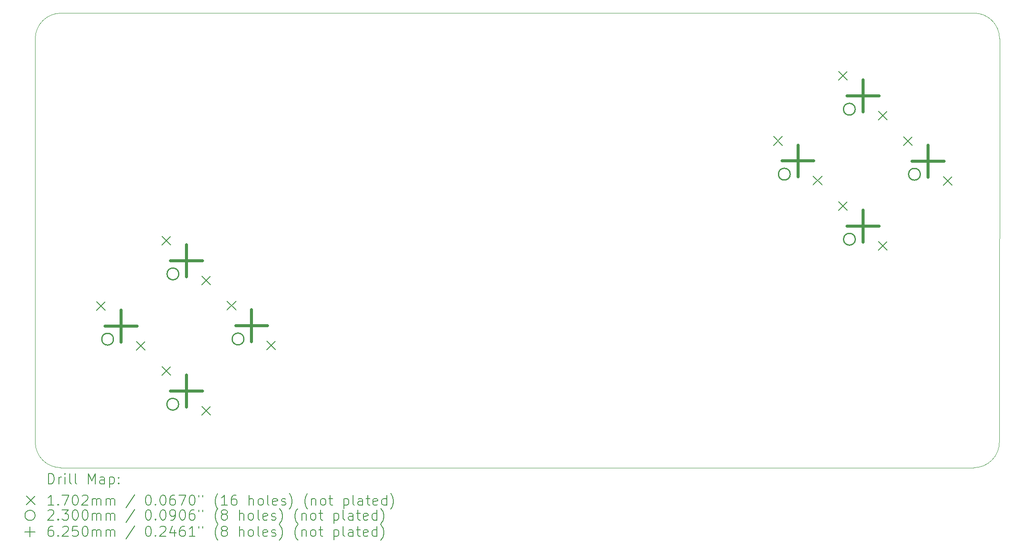
<source format=gbr>
%TF.GenerationSoftware,KiCad,Pcbnew,8.0.6*%
%TF.CreationDate,2025-01-24T00:07:23+07:00*%
%TF.ProjectId,esp_gamepad_v2,6573705f-6761-46d6-9570-61645f76322e,rev?*%
%TF.SameCoordinates,Original*%
%TF.FileFunction,Drillmap*%
%TF.FilePolarity,Positive*%
%FSLAX45Y45*%
G04 Gerber Fmt 4.5, Leading zero omitted, Abs format (unit mm)*
G04 Created by KiCad (PCBNEW 8.0.6) date 2025-01-24 00:07:23*
%MOMM*%
%LPD*%
G01*
G04 APERTURE LIST*
%ADD10C,0.050000*%
%ADD11C,0.200000*%
%ADD12C,0.170180*%
%ADD13C,0.230000*%
%ADD14C,0.625000*%
G04 APERTURE END LIST*
D10*
X6053553Y-12596447D02*
X6053553Y-4705803D01*
X24398223Y-13096446D02*
X6553553Y-13096447D01*
X24901777Y-4703554D02*
X24898223Y-12596446D01*
X6053553Y-4705803D02*
G75*
G02*
X6553553Y-4205803I500000J0D01*
G01*
X6553553Y-4205803D02*
X24401777Y-4203554D01*
X24401777Y-4203554D02*
G75*
G02*
X24901776Y-4703554I-7J-500006D01*
G01*
X6553553Y-13096447D02*
G75*
G02*
X6053553Y-12596447I-3J499997D01*
G01*
X24898223Y-12596446D02*
G75*
G02*
X24398223Y-13096443I-499993J-4D01*
G01*
D11*
D12*
X7255426Y-9846671D02*
X7425606Y-10016851D01*
X7425606Y-9846671D02*
X7255426Y-10016851D01*
X8033243Y-10624488D02*
X8203423Y-10794668D01*
X8203423Y-10624488D02*
X8033243Y-10794668D01*
X8528218Y-11119463D02*
X8698398Y-11289643D01*
X8698398Y-11119463D02*
X8528218Y-11289643D01*
X8531754Y-8570343D02*
X8701934Y-8740523D01*
X8701934Y-8570343D02*
X8531754Y-8740523D01*
X9306035Y-11897280D02*
X9476215Y-12067460D01*
X9476215Y-11897280D02*
X9306035Y-12067460D01*
X9309571Y-9348160D02*
X9479751Y-9518340D01*
X9479751Y-9348160D02*
X9309571Y-9518340D01*
X9804546Y-9843135D02*
X9974726Y-10013315D01*
X9974726Y-9843135D02*
X9804546Y-10013315D01*
X10582363Y-10620952D02*
X10752543Y-10791132D01*
X10752543Y-10620952D02*
X10582363Y-10791132D01*
X20482427Y-6618575D02*
X20652607Y-6788755D01*
X20652607Y-6618575D02*
X20482427Y-6788755D01*
X21260244Y-7396392D02*
X21430424Y-7566572D01*
X21430424Y-7396392D02*
X21260244Y-7566572D01*
X21753209Y-5347793D02*
X21923389Y-5517973D01*
X21923389Y-5347793D02*
X21753209Y-5517973D01*
X21755219Y-7891367D02*
X21925399Y-8061547D01*
X21925399Y-7891367D02*
X21755219Y-8061547D01*
X22531026Y-6125610D02*
X22701206Y-6295790D01*
X22701206Y-6125610D02*
X22531026Y-6295790D01*
X22533037Y-8669185D02*
X22703217Y-8839365D01*
X22703217Y-8669185D02*
X22533037Y-8839365D01*
X23026001Y-6620585D02*
X23196181Y-6790765D01*
X23196181Y-6620585D02*
X23026001Y-6790765D01*
X23803819Y-7398402D02*
X23973999Y-7568582D01*
X23973999Y-7398402D02*
X23803819Y-7568582D01*
D13*
X7582795Y-10582299D02*
G75*
G02*
X7352795Y-10582299I-115000J0D01*
G01*
X7352795Y-10582299D02*
G75*
G02*
X7582795Y-10582299I115000J0D01*
G01*
X8855587Y-11855091D02*
G75*
G02*
X8625587Y-11855091I-115000J0D01*
G01*
X8625587Y-11855091D02*
G75*
G02*
X8855587Y-11855091I115000J0D01*
G01*
X8859123Y-9305971D02*
G75*
G02*
X8629123Y-9305971I-115000J0D01*
G01*
X8629123Y-9305971D02*
G75*
G02*
X8859123Y-9305971I115000J0D01*
G01*
X10131915Y-10578763D02*
G75*
G02*
X9901915Y-10578763I-115000J0D01*
G01*
X9901915Y-10578763D02*
G75*
G02*
X10131915Y-10578763I115000J0D01*
G01*
X20809796Y-7354203D02*
G75*
G02*
X20579796Y-7354203I-115000J0D01*
G01*
X20579796Y-7354203D02*
G75*
G02*
X20809796Y-7354203I115000J0D01*
G01*
X22080578Y-6083421D02*
G75*
G02*
X21850578Y-6083421I-115000J0D01*
G01*
X21850578Y-6083421D02*
G75*
G02*
X22080578Y-6083421I115000J0D01*
G01*
X22082588Y-8626995D02*
G75*
G02*
X21852588Y-8626995I-115000J0D01*
G01*
X21852588Y-8626995D02*
G75*
G02*
X22082588Y-8626995I115000J0D01*
G01*
X23353370Y-7356213D02*
G75*
G02*
X23123370Y-7356213I-115000J0D01*
G01*
X23123370Y-7356213D02*
G75*
G02*
X23353370Y-7356213I115000J0D01*
G01*
D14*
X7729424Y-10008169D02*
X7729424Y-10633169D01*
X7416924Y-10320669D02*
X8041924Y-10320669D01*
X9002217Y-11280961D02*
X9002217Y-11905961D01*
X8689717Y-11593461D02*
X9314717Y-11593461D01*
X9005752Y-8731841D02*
X9005752Y-9356841D01*
X8693252Y-9044341D02*
X9318252Y-9044341D01*
X10278545Y-10004634D02*
X10278545Y-10629634D01*
X9966045Y-10317134D02*
X10591045Y-10317134D01*
X20956426Y-6780074D02*
X20956426Y-7405074D01*
X20643926Y-7092574D02*
X21268926Y-7092574D01*
X22227208Y-5509292D02*
X22227208Y-6134291D01*
X21914708Y-5821791D02*
X22539708Y-5821791D01*
X22229218Y-8052866D02*
X22229218Y-8677866D01*
X21916718Y-8365366D02*
X22541718Y-8365366D01*
X23500000Y-6782084D02*
X23500000Y-7407084D01*
X23187500Y-7094584D02*
X23812500Y-7094584D01*
D11*
X6311830Y-13410430D02*
X6311830Y-13210430D01*
X6311830Y-13210430D02*
X6359449Y-13210430D01*
X6359449Y-13210430D02*
X6388021Y-13219954D01*
X6388021Y-13219954D02*
X6407068Y-13239002D01*
X6407068Y-13239002D02*
X6416592Y-13258049D01*
X6416592Y-13258049D02*
X6426116Y-13296145D01*
X6426116Y-13296145D02*
X6426116Y-13324716D01*
X6426116Y-13324716D02*
X6416592Y-13362811D01*
X6416592Y-13362811D02*
X6407068Y-13381859D01*
X6407068Y-13381859D02*
X6388021Y-13400907D01*
X6388021Y-13400907D02*
X6359449Y-13410430D01*
X6359449Y-13410430D02*
X6311830Y-13410430D01*
X6511830Y-13410430D02*
X6511830Y-13277097D01*
X6511830Y-13315192D02*
X6521354Y-13296145D01*
X6521354Y-13296145D02*
X6530878Y-13286621D01*
X6530878Y-13286621D02*
X6549925Y-13277097D01*
X6549925Y-13277097D02*
X6568973Y-13277097D01*
X6635640Y-13410430D02*
X6635640Y-13277097D01*
X6635640Y-13210430D02*
X6626116Y-13219954D01*
X6626116Y-13219954D02*
X6635640Y-13229478D01*
X6635640Y-13229478D02*
X6645163Y-13219954D01*
X6645163Y-13219954D02*
X6635640Y-13210430D01*
X6635640Y-13210430D02*
X6635640Y-13229478D01*
X6759449Y-13410430D02*
X6740402Y-13400907D01*
X6740402Y-13400907D02*
X6730878Y-13381859D01*
X6730878Y-13381859D02*
X6730878Y-13210430D01*
X6864211Y-13410430D02*
X6845163Y-13400907D01*
X6845163Y-13400907D02*
X6835640Y-13381859D01*
X6835640Y-13381859D02*
X6835640Y-13210430D01*
X7092783Y-13410430D02*
X7092783Y-13210430D01*
X7092783Y-13210430D02*
X7159449Y-13353287D01*
X7159449Y-13353287D02*
X7226116Y-13210430D01*
X7226116Y-13210430D02*
X7226116Y-13410430D01*
X7407068Y-13410430D02*
X7407068Y-13305668D01*
X7407068Y-13305668D02*
X7397544Y-13286621D01*
X7397544Y-13286621D02*
X7378497Y-13277097D01*
X7378497Y-13277097D02*
X7340402Y-13277097D01*
X7340402Y-13277097D02*
X7321354Y-13286621D01*
X7407068Y-13400907D02*
X7388021Y-13410430D01*
X7388021Y-13410430D02*
X7340402Y-13410430D01*
X7340402Y-13410430D02*
X7321354Y-13400907D01*
X7321354Y-13400907D02*
X7311830Y-13381859D01*
X7311830Y-13381859D02*
X7311830Y-13362811D01*
X7311830Y-13362811D02*
X7321354Y-13343764D01*
X7321354Y-13343764D02*
X7340402Y-13334240D01*
X7340402Y-13334240D02*
X7388021Y-13334240D01*
X7388021Y-13334240D02*
X7407068Y-13324716D01*
X7502306Y-13277097D02*
X7502306Y-13477097D01*
X7502306Y-13286621D02*
X7521354Y-13277097D01*
X7521354Y-13277097D02*
X7559449Y-13277097D01*
X7559449Y-13277097D02*
X7578497Y-13286621D01*
X7578497Y-13286621D02*
X7588021Y-13296145D01*
X7588021Y-13296145D02*
X7597544Y-13315192D01*
X7597544Y-13315192D02*
X7597544Y-13372335D01*
X7597544Y-13372335D02*
X7588021Y-13391383D01*
X7588021Y-13391383D02*
X7578497Y-13400907D01*
X7578497Y-13400907D02*
X7559449Y-13410430D01*
X7559449Y-13410430D02*
X7521354Y-13410430D01*
X7521354Y-13410430D02*
X7502306Y-13400907D01*
X7683259Y-13391383D02*
X7692783Y-13400907D01*
X7692783Y-13400907D02*
X7683259Y-13410430D01*
X7683259Y-13410430D02*
X7673735Y-13400907D01*
X7673735Y-13400907D02*
X7683259Y-13391383D01*
X7683259Y-13391383D02*
X7683259Y-13410430D01*
X7683259Y-13286621D02*
X7692783Y-13296145D01*
X7692783Y-13296145D02*
X7683259Y-13305668D01*
X7683259Y-13305668D02*
X7673735Y-13296145D01*
X7673735Y-13296145D02*
X7683259Y-13286621D01*
X7683259Y-13286621D02*
X7683259Y-13305668D01*
D12*
X5880873Y-13653857D02*
X6051053Y-13824037D01*
X6051053Y-13653857D02*
X5880873Y-13824037D01*
D11*
X6416592Y-13830430D02*
X6302306Y-13830430D01*
X6359449Y-13830430D02*
X6359449Y-13630430D01*
X6359449Y-13630430D02*
X6340402Y-13659002D01*
X6340402Y-13659002D02*
X6321354Y-13678049D01*
X6321354Y-13678049D02*
X6302306Y-13687573D01*
X6502306Y-13811383D02*
X6511830Y-13820907D01*
X6511830Y-13820907D02*
X6502306Y-13830430D01*
X6502306Y-13830430D02*
X6492783Y-13820907D01*
X6492783Y-13820907D02*
X6502306Y-13811383D01*
X6502306Y-13811383D02*
X6502306Y-13830430D01*
X6578497Y-13630430D02*
X6711830Y-13630430D01*
X6711830Y-13630430D02*
X6626116Y-13830430D01*
X6826116Y-13630430D02*
X6845164Y-13630430D01*
X6845164Y-13630430D02*
X6864211Y-13639954D01*
X6864211Y-13639954D02*
X6873735Y-13649478D01*
X6873735Y-13649478D02*
X6883259Y-13668526D01*
X6883259Y-13668526D02*
X6892783Y-13706621D01*
X6892783Y-13706621D02*
X6892783Y-13754240D01*
X6892783Y-13754240D02*
X6883259Y-13792335D01*
X6883259Y-13792335D02*
X6873735Y-13811383D01*
X6873735Y-13811383D02*
X6864211Y-13820907D01*
X6864211Y-13820907D02*
X6845164Y-13830430D01*
X6845164Y-13830430D02*
X6826116Y-13830430D01*
X6826116Y-13830430D02*
X6807068Y-13820907D01*
X6807068Y-13820907D02*
X6797544Y-13811383D01*
X6797544Y-13811383D02*
X6788021Y-13792335D01*
X6788021Y-13792335D02*
X6778497Y-13754240D01*
X6778497Y-13754240D02*
X6778497Y-13706621D01*
X6778497Y-13706621D02*
X6788021Y-13668526D01*
X6788021Y-13668526D02*
X6797544Y-13649478D01*
X6797544Y-13649478D02*
X6807068Y-13639954D01*
X6807068Y-13639954D02*
X6826116Y-13630430D01*
X6968973Y-13649478D02*
X6978497Y-13639954D01*
X6978497Y-13639954D02*
X6997544Y-13630430D01*
X6997544Y-13630430D02*
X7045164Y-13630430D01*
X7045164Y-13630430D02*
X7064211Y-13639954D01*
X7064211Y-13639954D02*
X7073735Y-13649478D01*
X7073735Y-13649478D02*
X7083259Y-13668526D01*
X7083259Y-13668526D02*
X7083259Y-13687573D01*
X7083259Y-13687573D02*
X7073735Y-13716145D01*
X7073735Y-13716145D02*
X6959449Y-13830430D01*
X6959449Y-13830430D02*
X7083259Y-13830430D01*
X7168973Y-13830430D02*
X7168973Y-13697097D01*
X7168973Y-13716145D02*
X7178497Y-13706621D01*
X7178497Y-13706621D02*
X7197544Y-13697097D01*
X7197544Y-13697097D02*
X7226116Y-13697097D01*
X7226116Y-13697097D02*
X7245164Y-13706621D01*
X7245164Y-13706621D02*
X7254687Y-13725668D01*
X7254687Y-13725668D02*
X7254687Y-13830430D01*
X7254687Y-13725668D02*
X7264211Y-13706621D01*
X7264211Y-13706621D02*
X7283259Y-13697097D01*
X7283259Y-13697097D02*
X7311830Y-13697097D01*
X7311830Y-13697097D02*
X7330878Y-13706621D01*
X7330878Y-13706621D02*
X7340402Y-13725668D01*
X7340402Y-13725668D02*
X7340402Y-13830430D01*
X7435640Y-13830430D02*
X7435640Y-13697097D01*
X7435640Y-13716145D02*
X7445164Y-13706621D01*
X7445164Y-13706621D02*
X7464211Y-13697097D01*
X7464211Y-13697097D02*
X7492783Y-13697097D01*
X7492783Y-13697097D02*
X7511830Y-13706621D01*
X7511830Y-13706621D02*
X7521354Y-13725668D01*
X7521354Y-13725668D02*
X7521354Y-13830430D01*
X7521354Y-13725668D02*
X7530878Y-13706621D01*
X7530878Y-13706621D02*
X7549925Y-13697097D01*
X7549925Y-13697097D02*
X7578497Y-13697097D01*
X7578497Y-13697097D02*
X7597545Y-13706621D01*
X7597545Y-13706621D02*
X7607068Y-13725668D01*
X7607068Y-13725668D02*
X7607068Y-13830430D01*
X7997545Y-13620907D02*
X7826116Y-13878049D01*
X8254687Y-13630430D02*
X8273735Y-13630430D01*
X8273735Y-13630430D02*
X8292783Y-13639954D01*
X8292783Y-13639954D02*
X8302307Y-13649478D01*
X8302307Y-13649478D02*
X8311830Y-13668526D01*
X8311830Y-13668526D02*
X8321354Y-13706621D01*
X8321354Y-13706621D02*
X8321354Y-13754240D01*
X8321354Y-13754240D02*
X8311830Y-13792335D01*
X8311830Y-13792335D02*
X8302307Y-13811383D01*
X8302307Y-13811383D02*
X8292783Y-13820907D01*
X8292783Y-13820907D02*
X8273735Y-13830430D01*
X8273735Y-13830430D02*
X8254687Y-13830430D01*
X8254687Y-13830430D02*
X8235640Y-13820907D01*
X8235640Y-13820907D02*
X8226116Y-13811383D01*
X8226116Y-13811383D02*
X8216592Y-13792335D01*
X8216592Y-13792335D02*
X8207068Y-13754240D01*
X8207068Y-13754240D02*
X8207068Y-13706621D01*
X8207068Y-13706621D02*
X8216592Y-13668526D01*
X8216592Y-13668526D02*
X8226116Y-13649478D01*
X8226116Y-13649478D02*
X8235640Y-13639954D01*
X8235640Y-13639954D02*
X8254687Y-13630430D01*
X8407069Y-13811383D02*
X8416592Y-13820907D01*
X8416592Y-13820907D02*
X8407069Y-13830430D01*
X8407069Y-13830430D02*
X8397545Y-13820907D01*
X8397545Y-13820907D02*
X8407069Y-13811383D01*
X8407069Y-13811383D02*
X8407069Y-13830430D01*
X8540402Y-13630430D02*
X8559450Y-13630430D01*
X8559450Y-13630430D02*
X8578497Y-13639954D01*
X8578497Y-13639954D02*
X8588021Y-13649478D01*
X8588021Y-13649478D02*
X8597545Y-13668526D01*
X8597545Y-13668526D02*
X8607069Y-13706621D01*
X8607069Y-13706621D02*
X8607069Y-13754240D01*
X8607069Y-13754240D02*
X8597545Y-13792335D01*
X8597545Y-13792335D02*
X8588021Y-13811383D01*
X8588021Y-13811383D02*
X8578497Y-13820907D01*
X8578497Y-13820907D02*
X8559450Y-13830430D01*
X8559450Y-13830430D02*
X8540402Y-13830430D01*
X8540402Y-13830430D02*
X8521354Y-13820907D01*
X8521354Y-13820907D02*
X8511830Y-13811383D01*
X8511830Y-13811383D02*
X8502307Y-13792335D01*
X8502307Y-13792335D02*
X8492783Y-13754240D01*
X8492783Y-13754240D02*
X8492783Y-13706621D01*
X8492783Y-13706621D02*
X8502307Y-13668526D01*
X8502307Y-13668526D02*
X8511830Y-13649478D01*
X8511830Y-13649478D02*
X8521354Y-13639954D01*
X8521354Y-13639954D02*
X8540402Y-13630430D01*
X8778497Y-13630430D02*
X8740402Y-13630430D01*
X8740402Y-13630430D02*
X8721354Y-13639954D01*
X8721354Y-13639954D02*
X8711830Y-13649478D01*
X8711830Y-13649478D02*
X8692783Y-13678049D01*
X8692783Y-13678049D02*
X8683259Y-13716145D01*
X8683259Y-13716145D02*
X8683259Y-13792335D01*
X8683259Y-13792335D02*
X8692783Y-13811383D01*
X8692783Y-13811383D02*
X8702307Y-13820907D01*
X8702307Y-13820907D02*
X8721354Y-13830430D01*
X8721354Y-13830430D02*
X8759450Y-13830430D01*
X8759450Y-13830430D02*
X8778497Y-13820907D01*
X8778497Y-13820907D02*
X8788021Y-13811383D01*
X8788021Y-13811383D02*
X8797545Y-13792335D01*
X8797545Y-13792335D02*
X8797545Y-13744716D01*
X8797545Y-13744716D02*
X8788021Y-13725668D01*
X8788021Y-13725668D02*
X8778497Y-13716145D01*
X8778497Y-13716145D02*
X8759450Y-13706621D01*
X8759450Y-13706621D02*
X8721354Y-13706621D01*
X8721354Y-13706621D02*
X8702307Y-13716145D01*
X8702307Y-13716145D02*
X8692783Y-13725668D01*
X8692783Y-13725668D02*
X8683259Y-13744716D01*
X8864211Y-13630430D02*
X8997545Y-13630430D01*
X8997545Y-13630430D02*
X8911830Y-13830430D01*
X9111830Y-13630430D02*
X9130878Y-13630430D01*
X9130878Y-13630430D02*
X9149926Y-13639954D01*
X9149926Y-13639954D02*
X9159450Y-13649478D01*
X9159450Y-13649478D02*
X9168973Y-13668526D01*
X9168973Y-13668526D02*
X9178497Y-13706621D01*
X9178497Y-13706621D02*
X9178497Y-13754240D01*
X9178497Y-13754240D02*
X9168973Y-13792335D01*
X9168973Y-13792335D02*
X9159450Y-13811383D01*
X9159450Y-13811383D02*
X9149926Y-13820907D01*
X9149926Y-13820907D02*
X9130878Y-13830430D01*
X9130878Y-13830430D02*
X9111830Y-13830430D01*
X9111830Y-13830430D02*
X9092783Y-13820907D01*
X9092783Y-13820907D02*
X9083259Y-13811383D01*
X9083259Y-13811383D02*
X9073735Y-13792335D01*
X9073735Y-13792335D02*
X9064211Y-13754240D01*
X9064211Y-13754240D02*
X9064211Y-13706621D01*
X9064211Y-13706621D02*
X9073735Y-13668526D01*
X9073735Y-13668526D02*
X9083259Y-13649478D01*
X9083259Y-13649478D02*
X9092783Y-13639954D01*
X9092783Y-13639954D02*
X9111830Y-13630430D01*
X9254688Y-13630430D02*
X9254688Y-13668526D01*
X9330878Y-13630430D02*
X9330878Y-13668526D01*
X9626116Y-13906621D02*
X9616592Y-13897097D01*
X9616592Y-13897097D02*
X9597545Y-13868526D01*
X9597545Y-13868526D02*
X9588021Y-13849478D01*
X9588021Y-13849478D02*
X9578497Y-13820907D01*
X9578497Y-13820907D02*
X9568973Y-13773287D01*
X9568973Y-13773287D02*
X9568973Y-13735192D01*
X9568973Y-13735192D02*
X9578497Y-13687573D01*
X9578497Y-13687573D02*
X9588021Y-13659002D01*
X9588021Y-13659002D02*
X9597545Y-13639954D01*
X9597545Y-13639954D02*
X9616592Y-13611383D01*
X9616592Y-13611383D02*
X9626116Y-13601859D01*
X9807069Y-13830430D02*
X9692783Y-13830430D01*
X9749926Y-13830430D02*
X9749926Y-13630430D01*
X9749926Y-13630430D02*
X9730878Y-13659002D01*
X9730878Y-13659002D02*
X9711831Y-13678049D01*
X9711831Y-13678049D02*
X9692783Y-13687573D01*
X9978497Y-13630430D02*
X9940402Y-13630430D01*
X9940402Y-13630430D02*
X9921354Y-13639954D01*
X9921354Y-13639954D02*
X9911831Y-13649478D01*
X9911831Y-13649478D02*
X9892783Y-13678049D01*
X9892783Y-13678049D02*
X9883259Y-13716145D01*
X9883259Y-13716145D02*
X9883259Y-13792335D01*
X9883259Y-13792335D02*
X9892783Y-13811383D01*
X9892783Y-13811383D02*
X9902307Y-13820907D01*
X9902307Y-13820907D02*
X9921354Y-13830430D01*
X9921354Y-13830430D02*
X9959450Y-13830430D01*
X9959450Y-13830430D02*
X9978497Y-13820907D01*
X9978497Y-13820907D02*
X9988021Y-13811383D01*
X9988021Y-13811383D02*
X9997545Y-13792335D01*
X9997545Y-13792335D02*
X9997545Y-13744716D01*
X9997545Y-13744716D02*
X9988021Y-13725668D01*
X9988021Y-13725668D02*
X9978497Y-13716145D01*
X9978497Y-13716145D02*
X9959450Y-13706621D01*
X9959450Y-13706621D02*
X9921354Y-13706621D01*
X9921354Y-13706621D02*
X9902307Y-13716145D01*
X9902307Y-13716145D02*
X9892783Y-13725668D01*
X9892783Y-13725668D02*
X9883259Y-13744716D01*
X10235640Y-13830430D02*
X10235640Y-13630430D01*
X10321354Y-13830430D02*
X10321354Y-13725668D01*
X10321354Y-13725668D02*
X10311831Y-13706621D01*
X10311831Y-13706621D02*
X10292783Y-13697097D01*
X10292783Y-13697097D02*
X10264212Y-13697097D01*
X10264212Y-13697097D02*
X10245164Y-13706621D01*
X10245164Y-13706621D02*
X10235640Y-13716145D01*
X10445164Y-13830430D02*
X10426116Y-13820907D01*
X10426116Y-13820907D02*
X10416593Y-13811383D01*
X10416593Y-13811383D02*
X10407069Y-13792335D01*
X10407069Y-13792335D02*
X10407069Y-13735192D01*
X10407069Y-13735192D02*
X10416593Y-13716145D01*
X10416593Y-13716145D02*
X10426116Y-13706621D01*
X10426116Y-13706621D02*
X10445164Y-13697097D01*
X10445164Y-13697097D02*
X10473735Y-13697097D01*
X10473735Y-13697097D02*
X10492783Y-13706621D01*
X10492783Y-13706621D02*
X10502307Y-13716145D01*
X10502307Y-13716145D02*
X10511831Y-13735192D01*
X10511831Y-13735192D02*
X10511831Y-13792335D01*
X10511831Y-13792335D02*
X10502307Y-13811383D01*
X10502307Y-13811383D02*
X10492783Y-13820907D01*
X10492783Y-13820907D02*
X10473735Y-13830430D01*
X10473735Y-13830430D02*
X10445164Y-13830430D01*
X10626116Y-13830430D02*
X10607069Y-13820907D01*
X10607069Y-13820907D02*
X10597545Y-13801859D01*
X10597545Y-13801859D02*
X10597545Y-13630430D01*
X10778497Y-13820907D02*
X10759450Y-13830430D01*
X10759450Y-13830430D02*
X10721354Y-13830430D01*
X10721354Y-13830430D02*
X10702307Y-13820907D01*
X10702307Y-13820907D02*
X10692783Y-13801859D01*
X10692783Y-13801859D02*
X10692783Y-13725668D01*
X10692783Y-13725668D02*
X10702307Y-13706621D01*
X10702307Y-13706621D02*
X10721354Y-13697097D01*
X10721354Y-13697097D02*
X10759450Y-13697097D01*
X10759450Y-13697097D02*
X10778497Y-13706621D01*
X10778497Y-13706621D02*
X10788021Y-13725668D01*
X10788021Y-13725668D02*
X10788021Y-13744716D01*
X10788021Y-13744716D02*
X10692783Y-13763764D01*
X10864212Y-13820907D02*
X10883259Y-13830430D01*
X10883259Y-13830430D02*
X10921354Y-13830430D01*
X10921354Y-13830430D02*
X10940402Y-13820907D01*
X10940402Y-13820907D02*
X10949926Y-13801859D01*
X10949926Y-13801859D02*
X10949926Y-13792335D01*
X10949926Y-13792335D02*
X10940402Y-13773287D01*
X10940402Y-13773287D02*
X10921354Y-13763764D01*
X10921354Y-13763764D02*
X10892783Y-13763764D01*
X10892783Y-13763764D02*
X10873735Y-13754240D01*
X10873735Y-13754240D02*
X10864212Y-13735192D01*
X10864212Y-13735192D02*
X10864212Y-13725668D01*
X10864212Y-13725668D02*
X10873735Y-13706621D01*
X10873735Y-13706621D02*
X10892783Y-13697097D01*
X10892783Y-13697097D02*
X10921354Y-13697097D01*
X10921354Y-13697097D02*
X10940402Y-13706621D01*
X11016593Y-13906621D02*
X11026116Y-13897097D01*
X11026116Y-13897097D02*
X11045164Y-13868526D01*
X11045164Y-13868526D02*
X11054688Y-13849478D01*
X11054688Y-13849478D02*
X11064212Y-13820907D01*
X11064212Y-13820907D02*
X11073735Y-13773287D01*
X11073735Y-13773287D02*
X11073735Y-13735192D01*
X11073735Y-13735192D02*
X11064212Y-13687573D01*
X11064212Y-13687573D02*
X11054688Y-13659002D01*
X11054688Y-13659002D02*
X11045164Y-13639954D01*
X11045164Y-13639954D02*
X11026116Y-13611383D01*
X11026116Y-13611383D02*
X11016593Y-13601859D01*
X11378497Y-13906621D02*
X11368973Y-13897097D01*
X11368973Y-13897097D02*
X11349926Y-13868526D01*
X11349926Y-13868526D02*
X11340402Y-13849478D01*
X11340402Y-13849478D02*
X11330878Y-13820907D01*
X11330878Y-13820907D02*
X11321354Y-13773287D01*
X11321354Y-13773287D02*
X11321354Y-13735192D01*
X11321354Y-13735192D02*
X11330878Y-13687573D01*
X11330878Y-13687573D02*
X11340402Y-13659002D01*
X11340402Y-13659002D02*
X11349926Y-13639954D01*
X11349926Y-13639954D02*
X11368973Y-13611383D01*
X11368973Y-13611383D02*
X11378497Y-13601859D01*
X11454688Y-13697097D02*
X11454688Y-13830430D01*
X11454688Y-13716145D02*
X11464212Y-13706621D01*
X11464212Y-13706621D02*
X11483259Y-13697097D01*
X11483259Y-13697097D02*
X11511831Y-13697097D01*
X11511831Y-13697097D02*
X11530878Y-13706621D01*
X11530878Y-13706621D02*
X11540402Y-13725668D01*
X11540402Y-13725668D02*
X11540402Y-13830430D01*
X11664212Y-13830430D02*
X11645164Y-13820907D01*
X11645164Y-13820907D02*
X11635640Y-13811383D01*
X11635640Y-13811383D02*
X11626116Y-13792335D01*
X11626116Y-13792335D02*
X11626116Y-13735192D01*
X11626116Y-13735192D02*
X11635640Y-13716145D01*
X11635640Y-13716145D02*
X11645164Y-13706621D01*
X11645164Y-13706621D02*
X11664212Y-13697097D01*
X11664212Y-13697097D02*
X11692783Y-13697097D01*
X11692783Y-13697097D02*
X11711831Y-13706621D01*
X11711831Y-13706621D02*
X11721354Y-13716145D01*
X11721354Y-13716145D02*
X11730878Y-13735192D01*
X11730878Y-13735192D02*
X11730878Y-13792335D01*
X11730878Y-13792335D02*
X11721354Y-13811383D01*
X11721354Y-13811383D02*
X11711831Y-13820907D01*
X11711831Y-13820907D02*
X11692783Y-13830430D01*
X11692783Y-13830430D02*
X11664212Y-13830430D01*
X11788021Y-13697097D02*
X11864212Y-13697097D01*
X11816593Y-13630430D02*
X11816593Y-13801859D01*
X11816593Y-13801859D02*
X11826116Y-13820907D01*
X11826116Y-13820907D02*
X11845164Y-13830430D01*
X11845164Y-13830430D02*
X11864212Y-13830430D01*
X12083259Y-13697097D02*
X12083259Y-13897097D01*
X12083259Y-13706621D02*
X12102307Y-13697097D01*
X12102307Y-13697097D02*
X12140402Y-13697097D01*
X12140402Y-13697097D02*
X12159450Y-13706621D01*
X12159450Y-13706621D02*
X12168974Y-13716145D01*
X12168974Y-13716145D02*
X12178497Y-13735192D01*
X12178497Y-13735192D02*
X12178497Y-13792335D01*
X12178497Y-13792335D02*
X12168974Y-13811383D01*
X12168974Y-13811383D02*
X12159450Y-13820907D01*
X12159450Y-13820907D02*
X12140402Y-13830430D01*
X12140402Y-13830430D02*
X12102307Y-13830430D01*
X12102307Y-13830430D02*
X12083259Y-13820907D01*
X12292783Y-13830430D02*
X12273735Y-13820907D01*
X12273735Y-13820907D02*
X12264212Y-13801859D01*
X12264212Y-13801859D02*
X12264212Y-13630430D01*
X12454688Y-13830430D02*
X12454688Y-13725668D01*
X12454688Y-13725668D02*
X12445164Y-13706621D01*
X12445164Y-13706621D02*
X12426116Y-13697097D01*
X12426116Y-13697097D02*
X12388021Y-13697097D01*
X12388021Y-13697097D02*
X12368974Y-13706621D01*
X12454688Y-13820907D02*
X12435640Y-13830430D01*
X12435640Y-13830430D02*
X12388021Y-13830430D01*
X12388021Y-13830430D02*
X12368974Y-13820907D01*
X12368974Y-13820907D02*
X12359450Y-13801859D01*
X12359450Y-13801859D02*
X12359450Y-13782811D01*
X12359450Y-13782811D02*
X12368974Y-13763764D01*
X12368974Y-13763764D02*
X12388021Y-13754240D01*
X12388021Y-13754240D02*
X12435640Y-13754240D01*
X12435640Y-13754240D02*
X12454688Y-13744716D01*
X12521355Y-13697097D02*
X12597545Y-13697097D01*
X12549926Y-13630430D02*
X12549926Y-13801859D01*
X12549926Y-13801859D02*
X12559450Y-13820907D01*
X12559450Y-13820907D02*
X12578497Y-13830430D01*
X12578497Y-13830430D02*
X12597545Y-13830430D01*
X12740402Y-13820907D02*
X12721355Y-13830430D01*
X12721355Y-13830430D02*
X12683259Y-13830430D01*
X12683259Y-13830430D02*
X12664212Y-13820907D01*
X12664212Y-13820907D02*
X12654688Y-13801859D01*
X12654688Y-13801859D02*
X12654688Y-13725668D01*
X12654688Y-13725668D02*
X12664212Y-13706621D01*
X12664212Y-13706621D02*
X12683259Y-13697097D01*
X12683259Y-13697097D02*
X12721355Y-13697097D01*
X12721355Y-13697097D02*
X12740402Y-13706621D01*
X12740402Y-13706621D02*
X12749926Y-13725668D01*
X12749926Y-13725668D02*
X12749926Y-13744716D01*
X12749926Y-13744716D02*
X12654688Y-13763764D01*
X12921355Y-13830430D02*
X12921355Y-13630430D01*
X12921355Y-13820907D02*
X12902307Y-13830430D01*
X12902307Y-13830430D02*
X12864212Y-13830430D01*
X12864212Y-13830430D02*
X12845164Y-13820907D01*
X12845164Y-13820907D02*
X12835640Y-13811383D01*
X12835640Y-13811383D02*
X12826116Y-13792335D01*
X12826116Y-13792335D02*
X12826116Y-13735192D01*
X12826116Y-13735192D02*
X12835640Y-13716145D01*
X12835640Y-13716145D02*
X12845164Y-13706621D01*
X12845164Y-13706621D02*
X12864212Y-13697097D01*
X12864212Y-13697097D02*
X12902307Y-13697097D01*
X12902307Y-13697097D02*
X12921355Y-13706621D01*
X12997545Y-13906621D02*
X13007069Y-13897097D01*
X13007069Y-13897097D02*
X13026116Y-13868526D01*
X13026116Y-13868526D02*
X13035640Y-13849478D01*
X13035640Y-13849478D02*
X13045164Y-13820907D01*
X13045164Y-13820907D02*
X13054688Y-13773287D01*
X13054688Y-13773287D02*
X13054688Y-13735192D01*
X13054688Y-13735192D02*
X13045164Y-13687573D01*
X13045164Y-13687573D02*
X13035640Y-13659002D01*
X13035640Y-13659002D02*
X13026116Y-13639954D01*
X13026116Y-13639954D02*
X13007069Y-13611383D01*
X13007069Y-13611383D02*
X12997545Y-13601859D01*
X6051053Y-14029127D02*
G75*
G02*
X5851053Y-14029127I-100000J0D01*
G01*
X5851053Y-14029127D02*
G75*
G02*
X6051053Y-14029127I100000J0D01*
G01*
X6302306Y-13939658D02*
X6311830Y-13930134D01*
X6311830Y-13930134D02*
X6330878Y-13920610D01*
X6330878Y-13920610D02*
X6378497Y-13920610D01*
X6378497Y-13920610D02*
X6397544Y-13930134D01*
X6397544Y-13930134D02*
X6407068Y-13939658D01*
X6407068Y-13939658D02*
X6416592Y-13958706D01*
X6416592Y-13958706D02*
X6416592Y-13977753D01*
X6416592Y-13977753D02*
X6407068Y-14006325D01*
X6407068Y-14006325D02*
X6292783Y-14120610D01*
X6292783Y-14120610D02*
X6416592Y-14120610D01*
X6502306Y-14101563D02*
X6511830Y-14111087D01*
X6511830Y-14111087D02*
X6502306Y-14120610D01*
X6502306Y-14120610D02*
X6492783Y-14111087D01*
X6492783Y-14111087D02*
X6502306Y-14101563D01*
X6502306Y-14101563D02*
X6502306Y-14120610D01*
X6578497Y-13920610D02*
X6702306Y-13920610D01*
X6702306Y-13920610D02*
X6635640Y-13996801D01*
X6635640Y-13996801D02*
X6664211Y-13996801D01*
X6664211Y-13996801D02*
X6683259Y-14006325D01*
X6683259Y-14006325D02*
X6692783Y-14015848D01*
X6692783Y-14015848D02*
X6702306Y-14034896D01*
X6702306Y-14034896D02*
X6702306Y-14082515D01*
X6702306Y-14082515D02*
X6692783Y-14101563D01*
X6692783Y-14101563D02*
X6683259Y-14111087D01*
X6683259Y-14111087D02*
X6664211Y-14120610D01*
X6664211Y-14120610D02*
X6607068Y-14120610D01*
X6607068Y-14120610D02*
X6588021Y-14111087D01*
X6588021Y-14111087D02*
X6578497Y-14101563D01*
X6826116Y-13920610D02*
X6845164Y-13920610D01*
X6845164Y-13920610D02*
X6864211Y-13930134D01*
X6864211Y-13930134D02*
X6873735Y-13939658D01*
X6873735Y-13939658D02*
X6883259Y-13958706D01*
X6883259Y-13958706D02*
X6892783Y-13996801D01*
X6892783Y-13996801D02*
X6892783Y-14044420D01*
X6892783Y-14044420D02*
X6883259Y-14082515D01*
X6883259Y-14082515D02*
X6873735Y-14101563D01*
X6873735Y-14101563D02*
X6864211Y-14111087D01*
X6864211Y-14111087D02*
X6845164Y-14120610D01*
X6845164Y-14120610D02*
X6826116Y-14120610D01*
X6826116Y-14120610D02*
X6807068Y-14111087D01*
X6807068Y-14111087D02*
X6797544Y-14101563D01*
X6797544Y-14101563D02*
X6788021Y-14082515D01*
X6788021Y-14082515D02*
X6778497Y-14044420D01*
X6778497Y-14044420D02*
X6778497Y-13996801D01*
X6778497Y-13996801D02*
X6788021Y-13958706D01*
X6788021Y-13958706D02*
X6797544Y-13939658D01*
X6797544Y-13939658D02*
X6807068Y-13930134D01*
X6807068Y-13930134D02*
X6826116Y-13920610D01*
X7016592Y-13920610D02*
X7035640Y-13920610D01*
X7035640Y-13920610D02*
X7054687Y-13930134D01*
X7054687Y-13930134D02*
X7064211Y-13939658D01*
X7064211Y-13939658D02*
X7073735Y-13958706D01*
X7073735Y-13958706D02*
X7083259Y-13996801D01*
X7083259Y-13996801D02*
X7083259Y-14044420D01*
X7083259Y-14044420D02*
X7073735Y-14082515D01*
X7073735Y-14082515D02*
X7064211Y-14101563D01*
X7064211Y-14101563D02*
X7054687Y-14111087D01*
X7054687Y-14111087D02*
X7035640Y-14120610D01*
X7035640Y-14120610D02*
X7016592Y-14120610D01*
X7016592Y-14120610D02*
X6997544Y-14111087D01*
X6997544Y-14111087D02*
X6988021Y-14101563D01*
X6988021Y-14101563D02*
X6978497Y-14082515D01*
X6978497Y-14082515D02*
X6968973Y-14044420D01*
X6968973Y-14044420D02*
X6968973Y-13996801D01*
X6968973Y-13996801D02*
X6978497Y-13958706D01*
X6978497Y-13958706D02*
X6988021Y-13939658D01*
X6988021Y-13939658D02*
X6997544Y-13930134D01*
X6997544Y-13930134D02*
X7016592Y-13920610D01*
X7168973Y-14120610D02*
X7168973Y-13987277D01*
X7168973Y-14006325D02*
X7178497Y-13996801D01*
X7178497Y-13996801D02*
X7197544Y-13987277D01*
X7197544Y-13987277D02*
X7226116Y-13987277D01*
X7226116Y-13987277D02*
X7245164Y-13996801D01*
X7245164Y-13996801D02*
X7254687Y-14015848D01*
X7254687Y-14015848D02*
X7254687Y-14120610D01*
X7254687Y-14015848D02*
X7264211Y-13996801D01*
X7264211Y-13996801D02*
X7283259Y-13987277D01*
X7283259Y-13987277D02*
X7311830Y-13987277D01*
X7311830Y-13987277D02*
X7330878Y-13996801D01*
X7330878Y-13996801D02*
X7340402Y-14015848D01*
X7340402Y-14015848D02*
X7340402Y-14120610D01*
X7435640Y-14120610D02*
X7435640Y-13987277D01*
X7435640Y-14006325D02*
X7445164Y-13996801D01*
X7445164Y-13996801D02*
X7464211Y-13987277D01*
X7464211Y-13987277D02*
X7492783Y-13987277D01*
X7492783Y-13987277D02*
X7511830Y-13996801D01*
X7511830Y-13996801D02*
X7521354Y-14015848D01*
X7521354Y-14015848D02*
X7521354Y-14120610D01*
X7521354Y-14015848D02*
X7530878Y-13996801D01*
X7530878Y-13996801D02*
X7549925Y-13987277D01*
X7549925Y-13987277D02*
X7578497Y-13987277D01*
X7578497Y-13987277D02*
X7597545Y-13996801D01*
X7597545Y-13996801D02*
X7607068Y-14015848D01*
X7607068Y-14015848D02*
X7607068Y-14120610D01*
X7997545Y-13911087D02*
X7826116Y-14168229D01*
X8254687Y-13920610D02*
X8273735Y-13920610D01*
X8273735Y-13920610D02*
X8292783Y-13930134D01*
X8292783Y-13930134D02*
X8302307Y-13939658D01*
X8302307Y-13939658D02*
X8311830Y-13958706D01*
X8311830Y-13958706D02*
X8321354Y-13996801D01*
X8321354Y-13996801D02*
X8321354Y-14044420D01*
X8321354Y-14044420D02*
X8311830Y-14082515D01*
X8311830Y-14082515D02*
X8302307Y-14101563D01*
X8302307Y-14101563D02*
X8292783Y-14111087D01*
X8292783Y-14111087D02*
X8273735Y-14120610D01*
X8273735Y-14120610D02*
X8254687Y-14120610D01*
X8254687Y-14120610D02*
X8235640Y-14111087D01*
X8235640Y-14111087D02*
X8226116Y-14101563D01*
X8226116Y-14101563D02*
X8216592Y-14082515D01*
X8216592Y-14082515D02*
X8207068Y-14044420D01*
X8207068Y-14044420D02*
X8207068Y-13996801D01*
X8207068Y-13996801D02*
X8216592Y-13958706D01*
X8216592Y-13958706D02*
X8226116Y-13939658D01*
X8226116Y-13939658D02*
X8235640Y-13930134D01*
X8235640Y-13930134D02*
X8254687Y-13920610D01*
X8407069Y-14101563D02*
X8416592Y-14111087D01*
X8416592Y-14111087D02*
X8407069Y-14120610D01*
X8407069Y-14120610D02*
X8397545Y-14111087D01*
X8397545Y-14111087D02*
X8407069Y-14101563D01*
X8407069Y-14101563D02*
X8407069Y-14120610D01*
X8540402Y-13920610D02*
X8559450Y-13920610D01*
X8559450Y-13920610D02*
X8578497Y-13930134D01*
X8578497Y-13930134D02*
X8588021Y-13939658D01*
X8588021Y-13939658D02*
X8597545Y-13958706D01*
X8597545Y-13958706D02*
X8607069Y-13996801D01*
X8607069Y-13996801D02*
X8607069Y-14044420D01*
X8607069Y-14044420D02*
X8597545Y-14082515D01*
X8597545Y-14082515D02*
X8588021Y-14101563D01*
X8588021Y-14101563D02*
X8578497Y-14111087D01*
X8578497Y-14111087D02*
X8559450Y-14120610D01*
X8559450Y-14120610D02*
X8540402Y-14120610D01*
X8540402Y-14120610D02*
X8521354Y-14111087D01*
X8521354Y-14111087D02*
X8511830Y-14101563D01*
X8511830Y-14101563D02*
X8502307Y-14082515D01*
X8502307Y-14082515D02*
X8492783Y-14044420D01*
X8492783Y-14044420D02*
X8492783Y-13996801D01*
X8492783Y-13996801D02*
X8502307Y-13958706D01*
X8502307Y-13958706D02*
X8511830Y-13939658D01*
X8511830Y-13939658D02*
X8521354Y-13930134D01*
X8521354Y-13930134D02*
X8540402Y-13920610D01*
X8702307Y-14120610D02*
X8740402Y-14120610D01*
X8740402Y-14120610D02*
X8759450Y-14111087D01*
X8759450Y-14111087D02*
X8768973Y-14101563D01*
X8768973Y-14101563D02*
X8788021Y-14072991D01*
X8788021Y-14072991D02*
X8797545Y-14034896D01*
X8797545Y-14034896D02*
X8797545Y-13958706D01*
X8797545Y-13958706D02*
X8788021Y-13939658D01*
X8788021Y-13939658D02*
X8778497Y-13930134D01*
X8778497Y-13930134D02*
X8759450Y-13920610D01*
X8759450Y-13920610D02*
X8721354Y-13920610D01*
X8721354Y-13920610D02*
X8702307Y-13930134D01*
X8702307Y-13930134D02*
X8692783Y-13939658D01*
X8692783Y-13939658D02*
X8683259Y-13958706D01*
X8683259Y-13958706D02*
X8683259Y-14006325D01*
X8683259Y-14006325D02*
X8692783Y-14025372D01*
X8692783Y-14025372D02*
X8702307Y-14034896D01*
X8702307Y-14034896D02*
X8721354Y-14044420D01*
X8721354Y-14044420D02*
X8759450Y-14044420D01*
X8759450Y-14044420D02*
X8778497Y-14034896D01*
X8778497Y-14034896D02*
X8788021Y-14025372D01*
X8788021Y-14025372D02*
X8797545Y-14006325D01*
X8921354Y-13920610D02*
X8940402Y-13920610D01*
X8940402Y-13920610D02*
X8959450Y-13930134D01*
X8959450Y-13930134D02*
X8968973Y-13939658D01*
X8968973Y-13939658D02*
X8978497Y-13958706D01*
X8978497Y-13958706D02*
X8988021Y-13996801D01*
X8988021Y-13996801D02*
X8988021Y-14044420D01*
X8988021Y-14044420D02*
X8978497Y-14082515D01*
X8978497Y-14082515D02*
X8968973Y-14101563D01*
X8968973Y-14101563D02*
X8959450Y-14111087D01*
X8959450Y-14111087D02*
X8940402Y-14120610D01*
X8940402Y-14120610D02*
X8921354Y-14120610D01*
X8921354Y-14120610D02*
X8902307Y-14111087D01*
X8902307Y-14111087D02*
X8892783Y-14101563D01*
X8892783Y-14101563D02*
X8883259Y-14082515D01*
X8883259Y-14082515D02*
X8873735Y-14044420D01*
X8873735Y-14044420D02*
X8873735Y-13996801D01*
X8873735Y-13996801D02*
X8883259Y-13958706D01*
X8883259Y-13958706D02*
X8892783Y-13939658D01*
X8892783Y-13939658D02*
X8902307Y-13930134D01*
X8902307Y-13930134D02*
X8921354Y-13920610D01*
X9159450Y-13920610D02*
X9121354Y-13920610D01*
X9121354Y-13920610D02*
X9102307Y-13930134D01*
X9102307Y-13930134D02*
X9092783Y-13939658D01*
X9092783Y-13939658D02*
X9073735Y-13968229D01*
X9073735Y-13968229D02*
X9064211Y-14006325D01*
X9064211Y-14006325D02*
X9064211Y-14082515D01*
X9064211Y-14082515D02*
X9073735Y-14101563D01*
X9073735Y-14101563D02*
X9083259Y-14111087D01*
X9083259Y-14111087D02*
X9102307Y-14120610D01*
X9102307Y-14120610D02*
X9140402Y-14120610D01*
X9140402Y-14120610D02*
X9159450Y-14111087D01*
X9159450Y-14111087D02*
X9168973Y-14101563D01*
X9168973Y-14101563D02*
X9178497Y-14082515D01*
X9178497Y-14082515D02*
X9178497Y-14034896D01*
X9178497Y-14034896D02*
X9168973Y-14015848D01*
X9168973Y-14015848D02*
X9159450Y-14006325D01*
X9159450Y-14006325D02*
X9140402Y-13996801D01*
X9140402Y-13996801D02*
X9102307Y-13996801D01*
X9102307Y-13996801D02*
X9083259Y-14006325D01*
X9083259Y-14006325D02*
X9073735Y-14015848D01*
X9073735Y-14015848D02*
X9064211Y-14034896D01*
X9254688Y-13920610D02*
X9254688Y-13958706D01*
X9330878Y-13920610D02*
X9330878Y-13958706D01*
X9626116Y-14196801D02*
X9616592Y-14187277D01*
X9616592Y-14187277D02*
X9597545Y-14158706D01*
X9597545Y-14158706D02*
X9588021Y-14139658D01*
X9588021Y-14139658D02*
X9578497Y-14111087D01*
X9578497Y-14111087D02*
X9568973Y-14063467D01*
X9568973Y-14063467D02*
X9568973Y-14025372D01*
X9568973Y-14025372D02*
X9578497Y-13977753D01*
X9578497Y-13977753D02*
X9588021Y-13949182D01*
X9588021Y-13949182D02*
X9597545Y-13930134D01*
X9597545Y-13930134D02*
X9616592Y-13901563D01*
X9616592Y-13901563D02*
X9626116Y-13892039D01*
X9730878Y-14006325D02*
X9711831Y-13996801D01*
X9711831Y-13996801D02*
X9702307Y-13987277D01*
X9702307Y-13987277D02*
X9692783Y-13968229D01*
X9692783Y-13968229D02*
X9692783Y-13958706D01*
X9692783Y-13958706D02*
X9702307Y-13939658D01*
X9702307Y-13939658D02*
X9711831Y-13930134D01*
X9711831Y-13930134D02*
X9730878Y-13920610D01*
X9730878Y-13920610D02*
X9768973Y-13920610D01*
X9768973Y-13920610D02*
X9788021Y-13930134D01*
X9788021Y-13930134D02*
X9797545Y-13939658D01*
X9797545Y-13939658D02*
X9807069Y-13958706D01*
X9807069Y-13958706D02*
X9807069Y-13968229D01*
X9807069Y-13968229D02*
X9797545Y-13987277D01*
X9797545Y-13987277D02*
X9788021Y-13996801D01*
X9788021Y-13996801D02*
X9768973Y-14006325D01*
X9768973Y-14006325D02*
X9730878Y-14006325D01*
X9730878Y-14006325D02*
X9711831Y-14015848D01*
X9711831Y-14015848D02*
X9702307Y-14025372D01*
X9702307Y-14025372D02*
X9692783Y-14044420D01*
X9692783Y-14044420D02*
X9692783Y-14082515D01*
X9692783Y-14082515D02*
X9702307Y-14101563D01*
X9702307Y-14101563D02*
X9711831Y-14111087D01*
X9711831Y-14111087D02*
X9730878Y-14120610D01*
X9730878Y-14120610D02*
X9768973Y-14120610D01*
X9768973Y-14120610D02*
X9788021Y-14111087D01*
X9788021Y-14111087D02*
X9797545Y-14101563D01*
X9797545Y-14101563D02*
X9807069Y-14082515D01*
X9807069Y-14082515D02*
X9807069Y-14044420D01*
X9807069Y-14044420D02*
X9797545Y-14025372D01*
X9797545Y-14025372D02*
X9788021Y-14015848D01*
X9788021Y-14015848D02*
X9768973Y-14006325D01*
X10045164Y-14120610D02*
X10045164Y-13920610D01*
X10130878Y-14120610D02*
X10130878Y-14015848D01*
X10130878Y-14015848D02*
X10121354Y-13996801D01*
X10121354Y-13996801D02*
X10102307Y-13987277D01*
X10102307Y-13987277D02*
X10073735Y-13987277D01*
X10073735Y-13987277D02*
X10054688Y-13996801D01*
X10054688Y-13996801D02*
X10045164Y-14006325D01*
X10254688Y-14120610D02*
X10235640Y-14111087D01*
X10235640Y-14111087D02*
X10226116Y-14101563D01*
X10226116Y-14101563D02*
X10216593Y-14082515D01*
X10216593Y-14082515D02*
X10216593Y-14025372D01*
X10216593Y-14025372D02*
X10226116Y-14006325D01*
X10226116Y-14006325D02*
X10235640Y-13996801D01*
X10235640Y-13996801D02*
X10254688Y-13987277D01*
X10254688Y-13987277D02*
X10283259Y-13987277D01*
X10283259Y-13987277D02*
X10302307Y-13996801D01*
X10302307Y-13996801D02*
X10311831Y-14006325D01*
X10311831Y-14006325D02*
X10321354Y-14025372D01*
X10321354Y-14025372D02*
X10321354Y-14082515D01*
X10321354Y-14082515D02*
X10311831Y-14101563D01*
X10311831Y-14101563D02*
X10302307Y-14111087D01*
X10302307Y-14111087D02*
X10283259Y-14120610D01*
X10283259Y-14120610D02*
X10254688Y-14120610D01*
X10435640Y-14120610D02*
X10416593Y-14111087D01*
X10416593Y-14111087D02*
X10407069Y-14092039D01*
X10407069Y-14092039D02*
X10407069Y-13920610D01*
X10588021Y-14111087D02*
X10568974Y-14120610D01*
X10568974Y-14120610D02*
X10530878Y-14120610D01*
X10530878Y-14120610D02*
X10511831Y-14111087D01*
X10511831Y-14111087D02*
X10502307Y-14092039D01*
X10502307Y-14092039D02*
X10502307Y-14015848D01*
X10502307Y-14015848D02*
X10511831Y-13996801D01*
X10511831Y-13996801D02*
X10530878Y-13987277D01*
X10530878Y-13987277D02*
X10568974Y-13987277D01*
X10568974Y-13987277D02*
X10588021Y-13996801D01*
X10588021Y-13996801D02*
X10597545Y-14015848D01*
X10597545Y-14015848D02*
X10597545Y-14034896D01*
X10597545Y-14034896D02*
X10502307Y-14053944D01*
X10673735Y-14111087D02*
X10692783Y-14120610D01*
X10692783Y-14120610D02*
X10730878Y-14120610D01*
X10730878Y-14120610D02*
X10749926Y-14111087D01*
X10749926Y-14111087D02*
X10759450Y-14092039D01*
X10759450Y-14092039D02*
X10759450Y-14082515D01*
X10759450Y-14082515D02*
X10749926Y-14063467D01*
X10749926Y-14063467D02*
X10730878Y-14053944D01*
X10730878Y-14053944D02*
X10702307Y-14053944D01*
X10702307Y-14053944D02*
X10683259Y-14044420D01*
X10683259Y-14044420D02*
X10673735Y-14025372D01*
X10673735Y-14025372D02*
X10673735Y-14015848D01*
X10673735Y-14015848D02*
X10683259Y-13996801D01*
X10683259Y-13996801D02*
X10702307Y-13987277D01*
X10702307Y-13987277D02*
X10730878Y-13987277D01*
X10730878Y-13987277D02*
X10749926Y-13996801D01*
X10826116Y-14196801D02*
X10835640Y-14187277D01*
X10835640Y-14187277D02*
X10854688Y-14158706D01*
X10854688Y-14158706D02*
X10864212Y-14139658D01*
X10864212Y-14139658D02*
X10873735Y-14111087D01*
X10873735Y-14111087D02*
X10883259Y-14063467D01*
X10883259Y-14063467D02*
X10883259Y-14025372D01*
X10883259Y-14025372D02*
X10873735Y-13977753D01*
X10873735Y-13977753D02*
X10864212Y-13949182D01*
X10864212Y-13949182D02*
X10854688Y-13930134D01*
X10854688Y-13930134D02*
X10835640Y-13901563D01*
X10835640Y-13901563D02*
X10826116Y-13892039D01*
X11188021Y-14196801D02*
X11178497Y-14187277D01*
X11178497Y-14187277D02*
X11159450Y-14158706D01*
X11159450Y-14158706D02*
X11149926Y-14139658D01*
X11149926Y-14139658D02*
X11140402Y-14111087D01*
X11140402Y-14111087D02*
X11130878Y-14063467D01*
X11130878Y-14063467D02*
X11130878Y-14025372D01*
X11130878Y-14025372D02*
X11140402Y-13977753D01*
X11140402Y-13977753D02*
X11149926Y-13949182D01*
X11149926Y-13949182D02*
X11159450Y-13930134D01*
X11159450Y-13930134D02*
X11178497Y-13901563D01*
X11178497Y-13901563D02*
X11188021Y-13892039D01*
X11264212Y-13987277D02*
X11264212Y-14120610D01*
X11264212Y-14006325D02*
X11273735Y-13996801D01*
X11273735Y-13996801D02*
X11292783Y-13987277D01*
X11292783Y-13987277D02*
X11321354Y-13987277D01*
X11321354Y-13987277D02*
X11340402Y-13996801D01*
X11340402Y-13996801D02*
X11349926Y-14015848D01*
X11349926Y-14015848D02*
X11349926Y-14120610D01*
X11473735Y-14120610D02*
X11454688Y-14111087D01*
X11454688Y-14111087D02*
X11445164Y-14101563D01*
X11445164Y-14101563D02*
X11435640Y-14082515D01*
X11435640Y-14082515D02*
X11435640Y-14025372D01*
X11435640Y-14025372D02*
X11445164Y-14006325D01*
X11445164Y-14006325D02*
X11454688Y-13996801D01*
X11454688Y-13996801D02*
X11473735Y-13987277D01*
X11473735Y-13987277D02*
X11502307Y-13987277D01*
X11502307Y-13987277D02*
X11521354Y-13996801D01*
X11521354Y-13996801D02*
X11530878Y-14006325D01*
X11530878Y-14006325D02*
X11540402Y-14025372D01*
X11540402Y-14025372D02*
X11540402Y-14082515D01*
X11540402Y-14082515D02*
X11530878Y-14101563D01*
X11530878Y-14101563D02*
X11521354Y-14111087D01*
X11521354Y-14111087D02*
X11502307Y-14120610D01*
X11502307Y-14120610D02*
X11473735Y-14120610D01*
X11597545Y-13987277D02*
X11673735Y-13987277D01*
X11626116Y-13920610D02*
X11626116Y-14092039D01*
X11626116Y-14092039D02*
X11635640Y-14111087D01*
X11635640Y-14111087D02*
X11654688Y-14120610D01*
X11654688Y-14120610D02*
X11673735Y-14120610D01*
X11892783Y-13987277D02*
X11892783Y-14187277D01*
X11892783Y-13996801D02*
X11911831Y-13987277D01*
X11911831Y-13987277D02*
X11949926Y-13987277D01*
X11949926Y-13987277D02*
X11968974Y-13996801D01*
X11968974Y-13996801D02*
X11978497Y-14006325D01*
X11978497Y-14006325D02*
X11988021Y-14025372D01*
X11988021Y-14025372D02*
X11988021Y-14082515D01*
X11988021Y-14082515D02*
X11978497Y-14101563D01*
X11978497Y-14101563D02*
X11968974Y-14111087D01*
X11968974Y-14111087D02*
X11949926Y-14120610D01*
X11949926Y-14120610D02*
X11911831Y-14120610D01*
X11911831Y-14120610D02*
X11892783Y-14111087D01*
X12102307Y-14120610D02*
X12083259Y-14111087D01*
X12083259Y-14111087D02*
X12073735Y-14092039D01*
X12073735Y-14092039D02*
X12073735Y-13920610D01*
X12264212Y-14120610D02*
X12264212Y-14015848D01*
X12264212Y-14015848D02*
X12254688Y-13996801D01*
X12254688Y-13996801D02*
X12235640Y-13987277D01*
X12235640Y-13987277D02*
X12197545Y-13987277D01*
X12197545Y-13987277D02*
X12178497Y-13996801D01*
X12264212Y-14111087D02*
X12245164Y-14120610D01*
X12245164Y-14120610D02*
X12197545Y-14120610D01*
X12197545Y-14120610D02*
X12178497Y-14111087D01*
X12178497Y-14111087D02*
X12168974Y-14092039D01*
X12168974Y-14092039D02*
X12168974Y-14072991D01*
X12168974Y-14072991D02*
X12178497Y-14053944D01*
X12178497Y-14053944D02*
X12197545Y-14044420D01*
X12197545Y-14044420D02*
X12245164Y-14044420D01*
X12245164Y-14044420D02*
X12264212Y-14034896D01*
X12330878Y-13987277D02*
X12407069Y-13987277D01*
X12359450Y-13920610D02*
X12359450Y-14092039D01*
X12359450Y-14092039D02*
X12368974Y-14111087D01*
X12368974Y-14111087D02*
X12388021Y-14120610D01*
X12388021Y-14120610D02*
X12407069Y-14120610D01*
X12549926Y-14111087D02*
X12530878Y-14120610D01*
X12530878Y-14120610D02*
X12492783Y-14120610D01*
X12492783Y-14120610D02*
X12473735Y-14111087D01*
X12473735Y-14111087D02*
X12464212Y-14092039D01*
X12464212Y-14092039D02*
X12464212Y-14015848D01*
X12464212Y-14015848D02*
X12473735Y-13996801D01*
X12473735Y-13996801D02*
X12492783Y-13987277D01*
X12492783Y-13987277D02*
X12530878Y-13987277D01*
X12530878Y-13987277D02*
X12549926Y-13996801D01*
X12549926Y-13996801D02*
X12559450Y-14015848D01*
X12559450Y-14015848D02*
X12559450Y-14034896D01*
X12559450Y-14034896D02*
X12464212Y-14053944D01*
X12730878Y-14120610D02*
X12730878Y-13920610D01*
X12730878Y-14111087D02*
X12711831Y-14120610D01*
X12711831Y-14120610D02*
X12673735Y-14120610D01*
X12673735Y-14120610D02*
X12654688Y-14111087D01*
X12654688Y-14111087D02*
X12645164Y-14101563D01*
X12645164Y-14101563D02*
X12635640Y-14082515D01*
X12635640Y-14082515D02*
X12635640Y-14025372D01*
X12635640Y-14025372D02*
X12645164Y-14006325D01*
X12645164Y-14006325D02*
X12654688Y-13996801D01*
X12654688Y-13996801D02*
X12673735Y-13987277D01*
X12673735Y-13987277D02*
X12711831Y-13987277D01*
X12711831Y-13987277D02*
X12730878Y-13996801D01*
X12807069Y-14196801D02*
X12816593Y-14187277D01*
X12816593Y-14187277D02*
X12835640Y-14158706D01*
X12835640Y-14158706D02*
X12845164Y-14139658D01*
X12845164Y-14139658D02*
X12854688Y-14111087D01*
X12854688Y-14111087D02*
X12864212Y-14063467D01*
X12864212Y-14063467D02*
X12864212Y-14025372D01*
X12864212Y-14025372D02*
X12854688Y-13977753D01*
X12854688Y-13977753D02*
X12845164Y-13949182D01*
X12845164Y-13949182D02*
X12835640Y-13930134D01*
X12835640Y-13930134D02*
X12816593Y-13901563D01*
X12816593Y-13901563D02*
X12807069Y-13892039D01*
X5951053Y-14249127D02*
X5951053Y-14449127D01*
X5851053Y-14349127D02*
X6051053Y-14349127D01*
X6397544Y-14240610D02*
X6359449Y-14240610D01*
X6359449Y-14240610D02*
X6340402Y-14250134D01*
X6340402Y-14250134D02*
X6330878Y-14259658D01*
X6330878Y-14259658D02*
X6311830Y-14288229D01*
X6311830Y-14288229D02*
X6302306Y-14326325D01*
X6302306Y-14326325D02*
X6302306Y-14402515D01*
X6302306Y-14402515D02*
X6311830Y-14421563D01*
X6311830Y-14421563D02*
X6321354Y-14431087D01*
X6321354Y-14431087D02*
X6340402Y-14440610D01*
X6340402Y-14440610D02*
X6378497Y-14440610D01*
X6378497Y-14440610D02*
X6397544Y-14431087D01*
X6397544Y-14431087D02*
X6407068Y-14421563D01*
X6407068Y-14421563D02*
X6416592Y-14402515D01*
X6416592Y-14402515D02*
X6416592Y-14354896D01*
X6416592Y-14354896D02*
X6407068Y-14335848D01*
X6407068Y-14335848D02*
X6397544Y-14326325D01*
X6397544Y-14326325D02*
X6378497Y-14316801D01*
X6378497Y-14316801D02*
X6340402Y-14316801D01*
X6340402Y-14316801D02*
X6321354Y-14326325D01*
X6321354Y-14326325D02*
X6311830Y-14335848D01*
X6311830Y-14335848D02*
X6302306Y-14354896D01*
X6502306Y-14421563D02*
X6511830Y-14431087D01*
X6511830Y-14431087D02*
X6502306Y-14440610D01*
X6502306Y-14440610D02*
X6492783Y-14431087D01*
X6492783Y-14431087D02*
X6502306Y-14421563D01*
X6502306Y-14421563D02*
X6502306Y-14440610D01*
X6588021Y-14259658D02*
X6597544Y-14250134D01*
X6597544Y-14250134D02*
X6616592Y-14240610D01*
X6616592Y-14240610D02*
X6664211Y-14240610D01*
X6664211Y-14240610D02*
X6683259Y-14250134D01*
X6683259Y-14250134D02*
X6692783Y-14259658D01*
X6692783Y-14259658D02*
X6702306Y-14278706D01*
X6702306Y-14278706D02*
X6702306Y-14297753D01*
X6702306Y-14297753D02*
X6692783Y-14326325D01*
X6692783Y-14326325D02*
X6578497Y-14440610D01*
X6578497Y-14440610D02*
X6702306Y-14440610D01*
X6883259Y-14240610D02*
X6788021Y-14240610D01*
X6788021Y-14240610D02*
X6778497Y-14335848D01*
X6778497Y-14335848D02*
X6788021Y-14326325D01*
X6788021Y-14326325D02*
X6807068Y-14316801D01*
X6807068Y-14316801D02*
X6854687Y-14316801D01*
X6854687Y-14316801D02*
X6873735Y-14326325D01*
X6873735Y-14326325D02*
X6883259Y-14335848D01*
X6883259Y-14335848D02*
X6892783Y-14354896D01*
X6892783Y-14354896D02*
X6892783Y-14402515D01*
X6892783Y-14402515D02*
X6883259Y-14421563D01*
X6883259Y-14421563D02*
X6873735Y-14431087D01*
X6873735Y-14431087D02*
X6854687Y-14440610D01*
X6854687Y-14440610D02*
X6807068Y-14440610D01*
X6807068Y-14440610D02*
X6788021Y-14431087D01*
X6788021Y-14431087D02*
X6778497Y-14421563D01*
X7016592Y-14240610D02*
X7035640Y-14240610D01*
X7035640Y-14240610D02*
X7054687Y-14250134D01*
X7054687Y-14250134D02*
X7064211Y-14259658D01*
X7064211Y-14259658D02*
X7073735Y-14278706D01*
X7073735Y-14278706D02*
X7083259Y-14316801D01*
X7083259Y-14316801D02*
X7083259Y-14364420D01*
X7083259Y-14364420D02*
X7073735Y-14402515D01*
X7073735Y-14402515D02*
X7064211Y-14421563D01*
X7064211Y-14421563D02*
X7054687Y-14431087D01*
X7054687Y-14431087D02*
X7035640Y-14440610D01*
X7035640Y-14440610D02*
X7016592Y-14440610D01*
X7016592Y-14440610D02*
X6997544Y-14431087D01*
X6997544Y-14431087D02*
X6988021Y-14421563D01*
X6988021Y-14421563D02*
X6978497Y-14402515D01*
X6978497Y-14402515D02*
X6968973Y-14364420D01*
X6968973Y-14364420D02*
X6968973Y-14316801D01*
X6968973Y-14316801D02*
X6978497Y-14278706D01*
X6978497Y-14278706D02*
X6988021Y-14259658D01*
X6988021Y-14259658D02*
X6997544Y-14250134D01*
X6997544Y-14250134D02*
X7016592Y-14240610D01*
X7168973Y-14440610D02*
X7168973Y-14307277D01*
X7168973Y-14326325D02*
X7178497Y-14316801D01*
X7178497Y-14316801D02*
X7197544Y-14307277D01*
X7197544Y-14307277D02*
X7226116Y-14307277D01*
X7226116Y-14307277D02*
X7245164Y-14316801D01*
X7245164Y-14316801D02*
X7254687Y-14335848D01*
X7254687Y-14335848D02*
X7254687Y-14440610D01*
X7254687Y-14335848D02*
X7264211Y-14316801D01*
X7264211Y-14316801D02*
X7283259Y-14307277D01*
X7283259Y-14307277D02*
X7311830Y-14307277D01*
X7311830Y-14307277D02*
X7330878Y-14316801D01*
X7330878Y-14316801D02*
X7340402Y-14335848D01*
X7340402Y-14335848D02*
X7340402Y-14440610D01*
X7435640Y-14440610D02*
X7435640Y-14307277D01*
X7435640Y-14326325D02*
X7445164Y-14316801D01*
X7445164Y-14316801D02*
X7464211Y-14307277D01*
X7464211Y-14307277D02*
X7492783Y-14307277D01*
X7492783Y-14307277D02*
X7511830Y-14316801D01*
X7511830Y-14316801D02*
X7521354Y-14335848D01*
X7521354Y-14335848D02*
X7521354Y-14440610D01*
X7521354Y-14335848D02*
X7530878Y-14316801D01*
X7530878Y-14316801D02*
X7549925Y-14307277D01*
X7549925Y-14307277D02*
X7578497Y-14307277D01*
X7578497Y-14307277D02*
X7597545Y-14316801D01*
X7597545Y-14316801D02*
X7607068Y-14335848D01*
X7607068Y-14335848D02*
X7607068Y-14440610D01*
X7997545Y-14231087D02*
X7826116Y-14488229D01*
X8254687Y-14240610D02*
X8273735Y-14240610D01*
X8273735Y-14240610D02*
X8292783Y-14250134D01*
X8292783Y-14250134D02*
X8302307Y-14259658D01*
X8302307Y-14259658D02*
X8311830Y-14278706D01*
X8311830Y-14278706D02*
X8321354Y-14316801D01*
X8321354Y-14316801D02*
X8321354Y-14364420D01*
X8321354Y-14364420D02*
X8311830Y-14402515D01*
X8311830Y-14402515D02*
X8302307Y-14421563D01*
X8302307Y-14421563D02*
X8292783Y-14431087D01*
X8292783Y-14431087D02*
X8273735Y-14440610D01*
X8273735Y-14440610D02*
X8254687Y-14440610D01*
X8254687Y-14440610D02*
X8235640Y-14431087D01*
X8235640Y-14431087D02*
X8226116Y-14421563D01*
X8226116Y-14421563D02*
X8216592Y-14402515D01*
X8216592Y-14402515D02*
X8207068Y-14364420D01*
X8207068Y-14364420D02*
X8207068Y-14316801D01*
X8207068Y-14316801D02*
X8216592Y-14278706D01*
X8216592Y-14278706D02*
X8226116Y-14259658D01*
X8226116Y-14259658D02*
X8235640Y-14250134D01*
X8235640Y-14250134D02*
X8254687Y-14240610D01*
X8407069Y-14421563D02*
X8416592Y-14431087D01*
X8416592Y-14431087D02*
X8407069Y-14440610D01*
X8407069Y-14440610D02*
X8397545Y-14431087D01*
X8397545Y-14431087D02*
X8407069Y-14421563D01*
X8407069Y-14421563D02*
X8407069Y-14440610D01*
X8492783Y-14259658D02*
X8502307Y-14250134D01*
X8502307Y-14250134D02*
X8521354Y-14240610D01*
X8521354Y-14240610D02*
X8568973Y-14240610D01*
X8568973Y-14240610D02*
X8588021Y-14250134D01*
X8588021Y-14250134D02*
X8597545Y-14259658D01*
X8597545Y-14259658D02*
X8607069Y-14278706D01*
X8607069Y-14278706D02*
X8607069Y-14297753D01*
X8607069Y-14297753D02*
X8597545Y-14326325D01*
X8597545Y-14326325D02*
X8483259Y-14440610D01*
X8483259Y-14440610D02*
X8607069Y-14440610D01*
X8778497Y-14307277D02*
X8778497Y-14440610D01*
X8730878Y-14231087D02*
X8683259Y-14373944D01*
X8683259Y-14373944D02*
X8807069Y-14373944D01*
X8968973Y-14240610D02*
X8930878Y-14240610D01*
X8930878Y-14240610D02*
X8911830Y-14250134D01*
X8911830Y-14250134D02*
X8902307Y-14259658D01*
X8902307Y-14259658D02*
X8883259Y-14288229D01*
X8883259Y-14288229D02*
X8873735Y-14326325D01*
X8873735Y-14326325D02*
X8873735Y-14402515D01*
X8873735Y-14402515D02*
X8883259Y-14421563D01*
X8883259Y-14421563D02*
X8892783Y-14431087D01*
X8892783Y-14431087D02*
X8911830Y-14440610D01*
X8911830Y-14440610D02*
X8949926Y-14440610D01*
X8949926Y-14440610D02*
X8968973Y-14431087D01*
X8968973Y-14431087D02*
X8978497Y-14421563D01*
X8978497Y-14421563D02*
X8988021Y-14402515D01*
X8988021Y-14402515D02*
X8988021Y-14354896D01*
X8988021Y-14354896D02*
X8978497Y-14335848D01*
X8978497Y-14335848D02*
X8968973Y-14326325D01*
X8968973Y-14326325D02*
X8949926Y-14316801D01*
X8949926Y-14316801D02*
X8911830Y-14316801D01*
X8911830Y-14316801D02*
X8892783Y-14326325D01*
X8892783Y-14326325D02*
X8883259Y-14335848D01*
X8883259Y-14335848D02*
X8873735Y-14354896D01*
X9178497Y-14440610D02*
X9064211Y-14440610D01*
X9121354Y-14440610D02*
X9121354Y-14240610D01*
X9121354Y-14240610D02*
X9102307Y-14269182D01*
X9102307Y-14269182D02*
X9083259Y-14288229D01*
X9083259Y-14288229D02*
X9064211Y-14297753D01*
X9254688Y-14240610D02*
X9254688Y-14278706D01*
X9330878Y-14240610D02*
X9330878Y-14278706D01*
X9626116Y-14516801D02*
X9616592Y-14507277D01*
X9616592Y-14507277D02*
X9597545Y-14478706D01*
X9597545Y-14478706D02*
X9588021Y-14459658D01*
X9588021Y-14459658D02*
X9578497Y-14431087D01*
X9578497Y-14431087D02*
X9568973Y-14383467D01*
X9568973Y-14383467D02*
X9568973Y-14345372D01*
X9568973Y-14345372D02*
X9578497Y-14297753D01*
X9578497Y-14297753D02*
X9588021Y-14269182D01*
X9588021Y-14269182D02*
X9597545Y-14250134D01*
X9597545Y-14250134D02*
X9616592Y-14221563D01*
X9616592Y-14221563D02*
X9626116Y-14212039D01*
X9730878Y-14326325D02*
X9711831Y-14316801D01*
X9711831Y-14316801D02*
X9702307Y-14307277D01*
X9702307Y-14307277D02*
X9692783Y-14288229D01*
X9692783Y-14288229D02*
X9692783Y-14278706D01*
X9692783Y-14278706D02*
X9702307Y-14259658D01*
X9702307Y-14259658D02*
X9711831Y-14250134D01*
X9711831Y-14250134D02*
X9730878Y-14240610D01*
X9730878Y-14240610D02*
X9768973Y-14240610D01*
X9768973Y-14240610D02*
X9788021Y-14250134D01*
X9788021Y-14250134D02*
X9797545Y-14259658D01*
X9797545Y-14259658D02*
X9807069Y-14278706D01*
X9807069Y-14278706D02*
X9807069Y-14288229D01*
X9807069Y-14288229D02*
X9797545Y-14307277D01*
X9797545Y-14307277D02*
X9788021Y-14316801D01*
X9788021Y-14316801D02*
X9768973Y-14326325D01*
X9768973Y-14326325D02*
X9730878Y-14326325D01*
X9730878Y-14326325D02*
X9711831Y-14335848D01*
X9711831Y-14335848D02*
X9702307Y-14345372D01*
X9702307Y-14345372D02*
X9692783Y-14364420D01*
X9692783Y-14364420D02*
X9692783Y-14402515D01*
X9692783Y-14402515D02*
X9702307Y-14421563D01*
X9702307Y-14421563D02*
X9711831Y-14431087D01*
X9711831Y-14431087D02*
X9730878Y-14440610D01*
X9730878Y-14440610D02*
X9768973Y-14440610D01*
X9768973Y-14440610D02*
X9788021Y-14431087D01*
X9788021Y-14431087D02*
X9797545Y-14421563D01*
X9797545Y-14421563D02*
X9807069Y-14402515D01*
X9807069Y-14402515D02*
X9807069Y-14364420D01*
X9807069Y-14364420D02*
X9797545Y-14345372D01*
X9797545Y-14345372D02*
X9788021Y-14335848D01*
X9788021Y-14335848D02*
X9768973Y-14326325D01*
X10045164Y-14440610D02*
X10045164Y-14240610D01*
X10130878Y-14440610D02*
X10130878Y-14335848D01*
X10130878Y-14335848D02*
X10121354Y-14316801D01*
X10121354Y-14316801D02*
X10102307Y-14307277D01*
X10102307Y-14307277D02*
X10073735Y-14307277D01*
X10073735Y-14307277D02*
X10054688Y-14316801D01*
X10054688Y-14316801D02*
X10045164Y-14326325D01*
X10254688Y-14440610D02*
X10235640Y-14431087D01*
X10235640Y-14431087D02*
X10226116Y-14421563D01*
X10226116Y-14421563D02*
X10216593Y-14402515D01*
X10216593Y-14402515D02*
X10216593Y-14345372D01*
X10216593Y-14345372D02*
X10226116Y-14326325D01*
X10226116Y-14326325D02*
X10235640Y-14316801D01*
X10235640Y-14316801D02*
X10254688Y-14307277D01*
X10254688Y-14307277D02*
X10283259Y-14307277D01*
X10283259Y-14307277D02*
X10302307Y-14316801D01*
X10302307Y-14316801D02*
X10311831Y-14326325D01*
X10311831Y-14326325D02*
X10321354Y-14345372D01*
X10321354Y-14345372D02*
X10321354Y-14402515D01*
X10321354Y-14402515D02*
X10311831Y-14421563D01*
X10311831Y-14421563D02*
X10302307Y-14431087D01*
X10302307Y-14431087D02*
X10283259Y-14440610D01*
X10283259Y-14440610D02*
X10254688Y-14440610D01*
X10435640Y-14440610D02*
X10416593Y-14431087D01*
X10416593Y-14431087D02*
X10407069Y-14412039D01*
X10407069Y-14412039D02*
X10407069Y-14240610D01*
X10588021Y-14431087D02*
X10568974Y-14440610D01*
X10568974Y-14440610D02*
X10530878Y-14440610D01*
X10530878Y-14440610D02*
X10511831Y-14431087D01*
X10511831Y-14431087D02*
X10502307Y-14412039D01*
X10502307Y-14412039D02*
X10502307Y-14335848D01*
X10502307Y-14335848D02*
X10511831Y-14316801D01*
X10511831Y-14316801D02*
X10530878Y-14307277D01*
X10530878Y-14307277D02*
X10568974Y-14307277D01*
X10568974Y-14307277D02*
X10588021Y-14316801D01*
X10588021Y-14316801D02*
X10597545Y-14335848D01*
X10597545Y-14335848D02*
X10597545Y-14354896D01*
X10597545Y-14354896D02*
X10502307Y-14373944D01*
X10673735Y-14431087D02*
X10692783Y-14440610D01*
X10692783Y-14440610D02*
X10730878Y-14440610D01*
X10730878Y-14440610D02*
X10749926Y-14431087D01*
X10749926Y-14431087D02*
X10759450Y-14412039D01*
X10759450Y-14412039D02*
X10759450Y-14402515D01*
X10759450Y-14402515D02*
X10749926Y-14383467D01*
X10749926Y-14383467D02*
X10730878Y-14373944D01*
X10730878Y-14373944D02*
X10702307Y-14373944D01*
X10702307Y-14373944D02*
X10683259Y-14364420D01*
X10683259Y-14364420D02*
X10673735Y-14345372D01*
X10673735Y-14345372D02*
X10673735Y-14335848D01*
X10673735Y-14335848D02*
X10683259Y-14316801D01*
X10683259Y-14316801D02*
X10702307Y-14307277D01*
X10702307Y-14307277D02*
X10730878Y-14307277D01*
X10730878Y-14307277D02*
X10749926Y-14316801D01*
X10826116Y-14516801D02*
X10835640Y-14507277D01*
X10835640Y-14507277D02*
X10854688Y-14478706D01*
X10854688Y-14478706D02*
X10864212Y-14459658D01*
X10864212Y-14459658D02*
X10873735Y-14431087D01*
X10873735Y-14431087D02*
X10883259Y-14383467D01*
X10883259Y-14383467D02*
X10883259Y-14345372D01*
X10883259Y-14345372D02*
X10873735Y-14297753D01*
X10873735Y-14297753D02*
X10864212Y-14269182D01*
X10864212Y-14269182D02*
X10854688Y-14250134D01*
X10854688Y-14250134D02*
X10835640Y-14221563D01*
X10835640Y-14221563D02*
X10826116Y-14212039D01*
X11188021Y-14516801D02*
X11178497Y-14507277D01*
X11178497Y-14507277D02*
X11159450Y-14478706D01*
X11159450Y-14478706D02*
X11149926Y-14459658D01*
X11149926Y-14459658D02*
X11140402Y-14431087D01*
X11140402Y-14431087D02*
X11130878Y-14383467D01*
X11130878Y-14383467D02*
X11130878Y-14345372D01*
X11130878Y-14345372D02*
X11140402Y-14297753D01*
X11140402Y-14297753D02*
X11149926Y-14269182D01*
X11149926Y-14269182D02*
X11159450Y-14250134D01*
X11159450Y-14250134D02*
X11178497Y-14221563D01*
X11178497Y-14221563D02*
X11188021Y-14212039D01*
X11264212Y-14307277D02*
X11264212Y-14440610D01*
X11264212Y-14326325D02*
X11273735Y-14316801D01*
X11273735Y-14316801D02*
X11292783Y-14307277D01*
X11292783Y-14307277D02*
X11321354Y-14307277D01*
X11321354Y-14307277D02*
X11340402Y-14316801D01*
X11340402Y-14316801D02*
X11349926Y-14335848D01*
X11349926Y-14335848D02*
X11349926Y-14440610D01*
X11473735Y-14440610D02*
X11454688Y-14431087D01*
X11454688Y-14431087D02*
X11445164Y-14421563D01*
X11445164Y-14421563D02*
X11435640Y-14402515D01*
X11435640Y-14402515D02*
X11435640Y-14345372D01*
X11435640Y-14345372D02*
X11445164Y-14326325D01*
X11445164Y-14326325D02*
X11454688Y-14316801D01*
X11454688Y-14316801D02*
X11473735Y-14307277D01*
X11473735Y-14307277D02*
X11502307Y-14307277D01*
X11502307Y-14307277D02*
X11521354Y-14316801D01*
X11521354Y-14316801D02*
X11530878Y-14326325D01*
X11530878Y-14326325D02*
X11540402Y-14345372D01*
X11540402Y-14345372D02*
X11540402Y-14402515D01*
X11540402Y-14402515D02*
X11530878Y-14421563D01*
X11530878Y-14421563D02*
X11521354Y-14431087D01*
X11521354Y-14431087D02*
X11502307Y-14440610D01*
X11502307Y-14440610D02*
X11473735Y-14440610D01*
X11597545Y-14307277D02*
X11673735Y-14307277D01*
X11626116Y-14240610D02*
X11626116Y-14412039D01*
X11626116Y-14412039D02*
X11635640Y-14431087D01*
X11635640Y-14431087D02*
X11654688Y-14440610D01*
X11654688Y-14440610D02*
X11673735Y-14440610D01*
X11892783Y-14307277D02*
X11892783Y-14507277D01*
X11892783Y-14316801D02*
X11911831Y-14307277D01*
X11911831Y-14307277D02*
X11949926Y-14307277D01*
X11949926Y-14307277D02*
X11968974Y-14316801D01*
X11968974Y-14316801D02*
X11978497Y-14326325D01*
X11978497Y-14326325D02*
X11988021Y-14345372D01*
X11988021Y-14345372D02*
X11988021Y-14402515D01*
X11988021Y-14402515D02*
X11978497Y-14421563D01*
X11978497Y-14421563D02*
X11968974Y-14431087D01*
X11968974Y-14431087D02*
X11949926Y-14440610D01*
X11949926Y-14440610D02*
X11911831Y-14440610D01*
X11911831Y-14440610D02*
X11892783Y-14431087D01*
X12102307Y-14440610D02*
X12083259Y-14431087D01*
X12083259Y-14431087D02*
X12073735Y-14412039D01*
X12073735Y-14412039D02*
X12073735Y-14240610D01*
X12264212Y-14440610D02*
X12264212Y-14335848D01*
X12264212Y-14335848D02*
X12254688Y-14316801D01*
X12254688Y-14316801D02*
X12235640Y-14307277D01*
X12235640Y-14307277D02*
X12197545Y-14307277D01*
X12197545Y-14307277D02*
X12178497Y-14316801D01*
X12264212Y-14431087D02*
X12245164Y-14440610D01*
X12245164Y-14440610D02*
X12197545Y-14440610D01*
X12197545Y-14440610D02*
X12178497Y-14431087D01*
X12178497Y-14431087D02*
X12168974Y-14412039D01*
X12168974Y-14412039D02*
X12168974Y-14392991D01*
X12168974Y-14392991D02*
X12178497Y-14373944D01*
X12178497Y-14373944D02*
X12197545Y-14364420D01*
X12197545Y-14364420D02*
X12245164Y-14364420D01*
X12245164Y-14364420D02*
X12264212Y-14354896D01*
X12330878Y-14307277D02*
X12407069Y-14307277D01*
X12359450Y-14240610D02*
X12359450Y-14412039D01*
X12359450Y-14412039D02*
X12368974Y-14431087D01*
X12368974Y-14431087D02*
X12388021Y-14440610D01*
X12388021Y-14440610D02*
X12407069Y-14440610D01*
X12549926Y-14431087D02*
X12530878Y-14440610D01*
X12530878Y-14440610D02*
X12492783Y-14440610D01*
X12492783Y-14440610D02*
X12473735Y-14431087D01*
X12473735Y-14431087D02*
X12464212Y-14412039D01*
X12464212Y-14412039D02*
X12464212Y-14335848D01*
X12464212Y-14335848D02*
X12473735Y-14316801D01*
X12473735Y-14316801D02*
X12492783Y-14307277D01*
X12492783Y-14307277D02*
X12530878Y-14307277D01*
X12530878Y-14307277D02*
X12549926Y-14316801D01*
X12549926Y-14316801D02*
X12559450Y-14335848D01*
X12559450Y-14335848D02*
X12559450Y-14354896D01*
X12559450Y-14354896D02*
X12464212Y-14373944D01*
X12730878Y-14440610D02*
X12730878Y-14240610D01*
X12730878Y-14431087D02*
X12711831Y-14440610D01*
X12711831Y-14440610D02*
X12673735Y-14440610D01*
X12673735Y-14440610D02*
X12654688Y-14431087D01*
X12654688Y-14431087D02*
X12645164Y-14421563D01*
X12645164Y-14421563D02*
X12635640Y-14402515D01*
X12635640Y-14402515D02*
X12635640Y-14345372D01*
X12635640Y-14345372D02*
X12645164Y-14326325D01*
X12645164Y-14326325D02*
X12654688Y-14316801D01*
X12654688Y-14316801D02*
X12673735Y-14307277D01*
X12673735Y-14307277D02*
X12711831Y-14307277D01*
X12711831Y-14307277D02*
X12730878Y-14316801D01*
X12807069Y-14516801D02*
X12816593Y-14507277D01*
X12816593Y-14507277D02*
X12835640Y-14478706D01*
X12835640Y-14478706D02*
X12845164Y-14459658D01*
X12845164Y-14459658D02*
X12854688Y-14431087D01*
X12854688Y-14431087D02*
X12864212Y-14383467D01*
X12864212Y-14383467D02*
X12864212Y-14345372D01*
X12864212Y-14345372D02*
X12854688Y-14297753D01*
X12854688Y-14297753D02*
X12845164Y-14269182D01*
X12845164Y-14269182D02*
X12835640Y-14250134D01*
X12835640Y-14250134D02*
X12816593Y-14221563D01*
X12816593Y-14221563D02*
X12807069Y-14212039D01*
M02*

</source>
